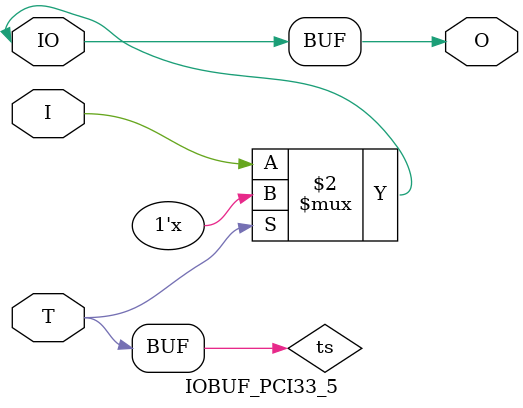
<source format=v>

/*

FUNCTION	: INPUT TRI-STATE OUTPUT BUFFER

*/

`celldefine
`timescale  100 ps / 10 ps

module IOBUF_PCI33_5 (O, IO, I, T);

    output O;

    inout  IO;

    input  I, T;

    or O1 (ts, 1'b0, T);
    bufif0 T1 (IO, I, ts);

    buf B1 (O, IO);

endmodule

</source>
